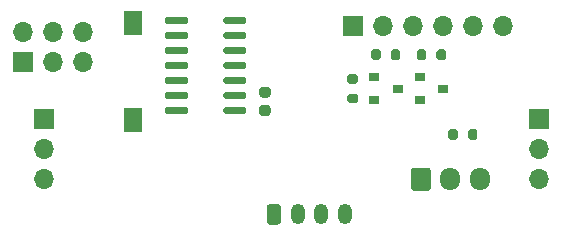
<source format=gbr>
%TF.GenerationSoftware,KiCad,Pcbnew,(5.1.9-0-10_14)*%
%TF.CreationDate,2021-05-24T21:49:32+02:00*%
%TF.ProjectId,MFM-Module-SEN0313,4d464d2d-4d6f-4647-956c-652d53454e30,rev?*%
%TF.SameCoordinates,PX82714f8PY6141b48*%
%TF.FileFunction,Soldermask,Top*%
%TF.FilePolarity,Negative*%
%FSLAX46Y46*%
G04 Gerber Fmt 4.6, Leading zero omitted, Abs format (unit mm)*
G04 Created by KiCad (PCBNEW (5.1.9-0-10_14)) date 2021-05-24 21:49:32*
%MOMM*%
%LPD*%
G01*
G04 APERTURE LIST*
%ADD10R,1.700000X1.700000*%
%ADD11O,1.700000X1.700000*%
%ADD12O,1.700000X1.950000*%
%ADD13R,0.900000X0.800000*%
%ADD14O,1.200000X1.750000*%
%ADD15R,1.500000X2.000000*%
G04 APERTURE END LIST*
D10*
%TO.C,J1*%
X2349500Y19875500D03*
D11*
X2349500Y22415500D03*
X4889500Y19875500D03*
X4889500Y22415500D03*
X7429500Y19875500D03*
X7429500Y22415500D03*
%TD*%
%TO.C,C1*%
G36*
G01*
X22546500Y17798500D02*
X23046500Y17798500D01*
G75*
G02*
X23271500Y17573500I0J-225000D01*
G01*
X23271500Y17123500D01*
G75*
G02*
X23046500Y16898500I-225000J0D01*
G01*
X22546500Y16898500D01*
G75*
G02*
X22321500Y17123500I0J225000D01*
G01*
X22321500Y17573500D01*
G75*
G02*
X22546500Y17798500I225000J0D01*
G01*
G37*
G36*
G01*
X22546500Y16248500D02*
X23046500Y16248500D01*
G75*
G02*
X23271500Y16023500I0J-225000D01*
G01*
X23271500Y15573500D01*
G75*
G02*
X23046500Y15348500I-225000J0D01*
G01*
X22546500Y15348500D01*
G75*
G02*
X22321500Y15573500I0J225000D01*
G01*
X22321500Y16023500D01*
G75*
G02*
X22546500Y16248500I225000J0D01*
G01*
G37*
%TD*%
%TO.C,R1*%
G36*
G01*
X40785500Y14054500D02*
X40785500Y13504500D01*
G75*
G02*
X40585500Y13304500I-200000J0D01*
G01*
X40185500Y13304500D01*
G75*
G02*
X39985500Y13504500I0J200000D01*
G01*
X39985500Y14054500D01*
G75*
G02*
X40185500Y14254500I200000J0D01*
G01*
X40585500Y14254500D01*
G75*
G02*
X40785500Y14054500I0J-200000D01*
G01*
G37*
G36*
G01*
X39135500Y14054500D02*
X39135500Y13504500D01*
G75*
G02*
X38935500Y13304500I-200000J0D01*
G01*
X38535500Y13304500D01*
G75*
G02*
X38335500Y13504500I0J200000D01*
G01*
X38335500Y14054500D01*
G75*
G02*
X38535500Y14254500I200000J0D01*
G01*
X38935500Y14254500D01*
G75*
G02*
X39135500Y14054500I0J-200000D01*
G01*
G37*
%TD*%
%TO.C,J6*%
G36*
G01*
X35157001Y9244500D02*
X35157001Y10694500D01*
G75*
G02*
X35407001Y10944500I250000J0D01*
G01*
X36607001Y10944500D01*
G75*
G02*
X36857001Y10694500I0J-250000D01*
G01*
X36857001Y9244500D01*
G75*
G02*
X36607001Y8994500I-250000J0D01*
G01*
X35407001Y8994500D01*
G75*
G02*
X35157001Y9244500I0J250000D01*
G01*
G37*
D12*
X38507001Y9969500D03*
X41007001Y9969500D03*
%TD*%
%TO.C,U1*%
G36*
G01*
X21230000Y15961500D02*
X21230000Y15661500D01*
G75*
G02*
X21080000Y15511500I-150000J0D01*
G01*
X19430000Y15511500D01*
G75*
G02*
X19280000Y15661500I0J150000D01*
G01*
X19280000Y15961500D01*
G75*
G02*
X19430000Y16111500I150000J0D01*
G01*
X21080000Y16111500D01*
G75*
G02*
X21230000Y15961500I0J-150000D01*
G01*
G37*
G36*
G01*
X21230000Y17231500D02*
X21230000Y16931500D01*
G75*
G02*
X21080000Y16781500I-150000J0D01*
G01*
X19430000Y16781500D01*
G75*
G02*
X19280000Y16931500I0J150000D01*
G01*
X19280000Y17231500D01*
G75*
G02*
X19430000Y17381500I150000J0D01*
G01*
X21080000Y17381500D01*
G75*
G02*
X21230000Y17231500I0J-150000D01*
G01*
G37*
G36*
G01*
X21230000Y18501500D02*
X21230000Y18201500D01*
G75*
G02*
X21080000Y18051500I-150000J0D01*
G01*
X19430000Y18051500D01*
G75*
G02*
X19280000Y18201500I0J150000D01*
G01*
X19280000Y18501500D01*
G75*
G02*
X19430000Y18651500I150000J0D01*
G01*
X21080000Y18651500D01*
G75*
G02*
X21230000Y18501500I0J-150000D01*
G01*
G37*
G36*
G01*
X21230000Y19771500D02*
X21230000Y19471500D01*
G75*
G02*
X21080000Y19321500I-150000J0D01*
G01*
X19430000Y19321500D01*
G75*
G02*
X19280000Y19471500I0J150000D01*
G01*
X19280000Y19771500D01*
G75*
G02*
X19430000Y19921500I150000J0D01*
G01*
X21080000Y19921500D01*
G75*
G02*
X21230000Y19771500I0J-150000D01*
G01*
G37*
G36*
G01*
X21230000Y21041500D02*
X21230000Y20741500D01*
G75*
G02*
X21080000Y20591500I-150000J0D01*
G01*
X19430000Y20591500D01*
G75*
G02*
X19280000Y20741500I0J150000D01*
G01*
X19280000Y21041500D01*
G75*
G02*
X19430000Y21191500I150000J0D01*
G01*
X21080000Y21191500D01*
G75*
G02*
X21230000Y21041500I0J-150000D01*
G01*
G37*
G36*
G01*
X21230000Y22311500D02*
X21230000Y22011500D01*
G75*
G02*
X21080000Y21861500I-150000J0D01*
G01*
X19430000Y21861500D01*
G75*
G02*
X19280000Y22011500I0J150000D01*
G01*
X19280000Y22311500D01*
G75*
G02*
X19430000Y22461500I150000J0D01*
G01*
X21080000Y22461500D01*
G75*
G02*
X21230000Y22311500I0J-150000D01*
G01*
G37*
G36*
G01*
X21230000Y23581500D02*
X21230000Y23281500D01*
G75*
G02*
X21080000Y23131500I-150000J0D01*
G01*
X19430000Y23131500D01*
G75*
G02*
X19280000Y23281500I0J150000D01*
G01*
X19280000Y23581500D01*
G75*
G02*
X19430000Y23731500I150000J0D01*
G01*
X21080000Y23731500D01*
G75*
G02*
X21230000Y23581500I0J-150000D01*
G01*
G37*
G36*
G01*
X16280000Y23581500D02*
X16280000Y23281500D01*
G75*
G02*
X16130000Y23131500I-150000J0D01*
G01*
X14480000Y23131500D01*
G75*
G02*
X14330000Y23281500I0J150000D01*
G01*
X14330000Y23581500D01*
G75*
G02*
X14480000Y23731500I150000J0D01*
G01*
X16130000Y23731500D01*
G75*
G02*
X16280000Y23581500I0J-150000D01*
G01*
G37*
G36*
G01*
X16280000Y22311500D02*
X16280000Y22011500D01*
G75*
G02*
X16130000Y21861500I-150000J0D01*
G01*
X14480000Y21861500D01*
G75*
G02*
X14330000Y22011500I0J150000D01*
G01*
X14330000Y22311500D01*
G75*
G02*
X14480000Y22461500I150000J0D01*
G01*
X16130000Y22461500D01*
G75*
G02*
X16280000Y22311500I0J-150000D01*
G01*
G37*
G36*
G01*
X16280000Y21041500D02*
X16280000Y20741500D01*
G75*
G02*
X16130000Y20591500I-150000J0D01*
G01*
X14480000Y20591500D01*
G75*
G02*
X14330000Y20741500I0J150000D01*
G01*
X14330000Y21041500D01*
G75*
G02*
X14480000Y21191500I150000J0D01*
G01*
X16130000Y21191500D01*
G75*
G02*
X16280000Y21041500I0J-150000D01*
G01*
G37*
G36*
G01*
X16280000Y19771500D02*
X16280000Y19471500D01*
G75*
G02*
X16130000Y19321500I-150000J0D01*
G01*
X14480000Y19321500D01*
G75*
G02*
X14330000Y19471500I0J150000D01*
G01*
X14330000Y19771500D01*
G75*
G02*
X14480000Y19921500I150000J0D01*
G01*
X16130000Y19921500D01*
G75*
G02*
X16280000Y19771500I0J-150000D01*
G01*
G37*
G36*
G01*
X16280000Y18501500D02*
X16280000Y18201500D01*
G75*
G02*
X16130000Y18051500I-150000J0D01*
G01*
X14480000Y18051500D01*
G75*
G02*
X14330000Y18201500I0J150000D01*
G01*
X14330000Y18501500D01*
G75*
G02*
X14480000Y18651500I150000J0D01*
G01*
X16130000Y18651500D01*
G75*
G02*
X16280000Y18501500I0J-150000D01*
G01*
G37*
G36*
G01*
X16280000Y17231500D02*
X16280000Y16931500D01*
G75*
G02*
X16130000Y16781500I-150000J0D01*
G01*
X14480000Y16781500D01*
G75*
G02*
X14330000Y16931500I0J150000D01*
G01*
X14330000Y17231500D01*
G75*
G02*
X14480000Y17381500I150000J0D01*
G01*
X16130000Y17381500D01*
G75*
G02*
X16280000Y17231500I0J-150000D01*
G01*
G37*
G36*
G01*
X16280000Y15961500D02*
X16280000Y15661500D01*
G75*
G02*
X16130000Y15511500I-150000J0D01*
G01*
X14480000Y15511500D01*
G75*
G02*
X14330000Y15661500I0J150000D01*
G01*
X14330000Y15961500D01*
G75*
G02*
X14480000Y16111500I150000J0D01*
G01*
X16130000Y16111500D01*
G75*
G02*
X16280000Y15961500I0J-150000D01*
G01*
G37*
%TD*%
D13*
%TO.C,Q1*%
X34030501Y17655999D03*
X32030501Y16705999D03*
X32030501Y18605999D03*
%TD*%
%TO.C,Q2*%
X35893500Y18603000D03*
X35893500Y16703000D03*
X37893500Y17653000D03*
%TD*%
%TO.C,R2*%
G36*
G01*
X29951000Y18878000D02*
X30501000Y18878000D01*
G75*
G02*
X30701000Y18678000I0J-200000D01*
G01*
X30701000Y18278000D01*
G75*
G02*
X30501000Y18078000I-200000J0D01*
G01*
X29951000Y18078000D01*
G75*
G02*
X29751000Y18278000I0J200000D01*
G01*
X29751000Y18678000D01*
G75*
G02*
X29951000Y18878000I200000J0D01*
G01*
G37*
G36*
G01*
X29951000Y17228000D02*
X30501000Y17228000D01*
G75*
G02*
X30701000Y17028000I0J-200000D01*
G01*
X30701000Y16628000D01*
G75*
G02*
X30501000Y16428000I-200000J0D01*
G01*
X29951000Y16428000D01*
G75*
G02*
X29751000Y16628000I0J200000D01*
G01*
X29751000Y17028000D01*
G75*
G02*
X29951000Y17228000I200000J0D01*
G01*
G37*
%TD*%
%TO.C,R3*%
G36*
G01*
X33445000Y20235500D02*
X33445000Y20785500D01*
G75*
G02*
X33645000Y20985500I200000J0D01*
G01*
X34045000Y20985500D01*
G75*
G02*
X34245000Y20785500I0J-200000D01*
G01*
X34245000Y20235500D01*
G75*
G02*
X34045000Y20035500I-200000J0D01*
G01*
X33645000Y20035500D01*
G75*
G02*
X33445000Y20235500I0J200000D01*
G01*
G37*
G36*
G01*
X31795000Y20235500D02*
X31795000Y20785500D01*
G75*
G02*
X31995000Y20985500I200000J0D01*
G01*
X32395000Y20985500D01*
G75*
G02*
X32595000Y20785500I0J-200000D01*
G01*
X32595000Y20235500D01*
G75*
G02*
X32395000Y20035500I-200000J0D01*
G01*
X31995000Y20035500D01*
G75*
G02*
X31795000Y20235500I0J200000D01*
G01*
G37*
%TD*%
%TO.C,R4*%
G36*
G01*
X38118500Y20785500D02*
X38118500Y20235500D01*
G75*
G02*
X37918500Y20035500I-200000J0D01*
G01*
X37518500Y20035500D01*
G75*
G02*
X37318500Y20235500I0J200000D01*
G01*
X37318500Y20785500D01*
G75*
G02*
X37518500Y20985500I200000J0D01*
G01*
X37918500Y20985500D01*
G75*
G02*
X38118500Y20785500I0J-200000D01*
G01*
G37*
G36*
G01*
X36468500Y20785500D02*
X36468500Y20235500D01*
G75*
G02*
X36268500Y20035500I-200000J0D01*
G01*
X35868500Y20035500D01*
G75*
G02*
X35668500Y20235500I0J200000D01*
G01*
X35668500Y20785500D01*
G75*
G02*
X35868500Y20985500I200000J0D01*
G01*
X36268500Y20985500D01*
G75*
G02*
X36468500Y20785500I0J-200000D01*
G01*
G37*
%TD*%
%TO.C,J3*%
G36*
G01*
X22957001Y6385498D02*
X22957001Y7635500D01*
G75*
G02*
X23207000Y7885499I249999J0D01*
G01*
X23907002Y7885499D01*
G75*
G02*
X24157001Y7635500I0J-249999D01*
G01*
X24157001Y6385498D01*
G75*
G02*
X23907002Y6135499I-249999J0D01*
G01*
X23207000Y6135499D01*
G75*
G02*
X22957001Y6385498I0J249999D01*
G01*
G37*
D14*
X25557001Y7010499D03*
X27557001Y7010499D03*
X29557001Y7010499D03*
%TD*%
D10*
%TO.C,J2*%
X4064000Y15062200D03*
D11*
X4064000Y12522200D03*
X4064000Y9982200D03*
%TD*%
D10*
%TO.C,J4*%
X45974000Y15062200D03*
D11*
X45974000Y12522200D03*
X45974000Y9982200D03*
%TD*%
D15*
%TO.C,SW1*%
X11620500Y15013500D03*
X11620500Y23213500D03*
%TD*%
D10*
%TO.C,J5*%
X30226000Y22987000D03*
D11*
X32766000Y22987000D03*
X35306000Y22987000D03*
X37846000Y22987000D03*
X40386000Y22987000D03*
X42926000Y22987000D03*
%TD*%
M02*

</source>
